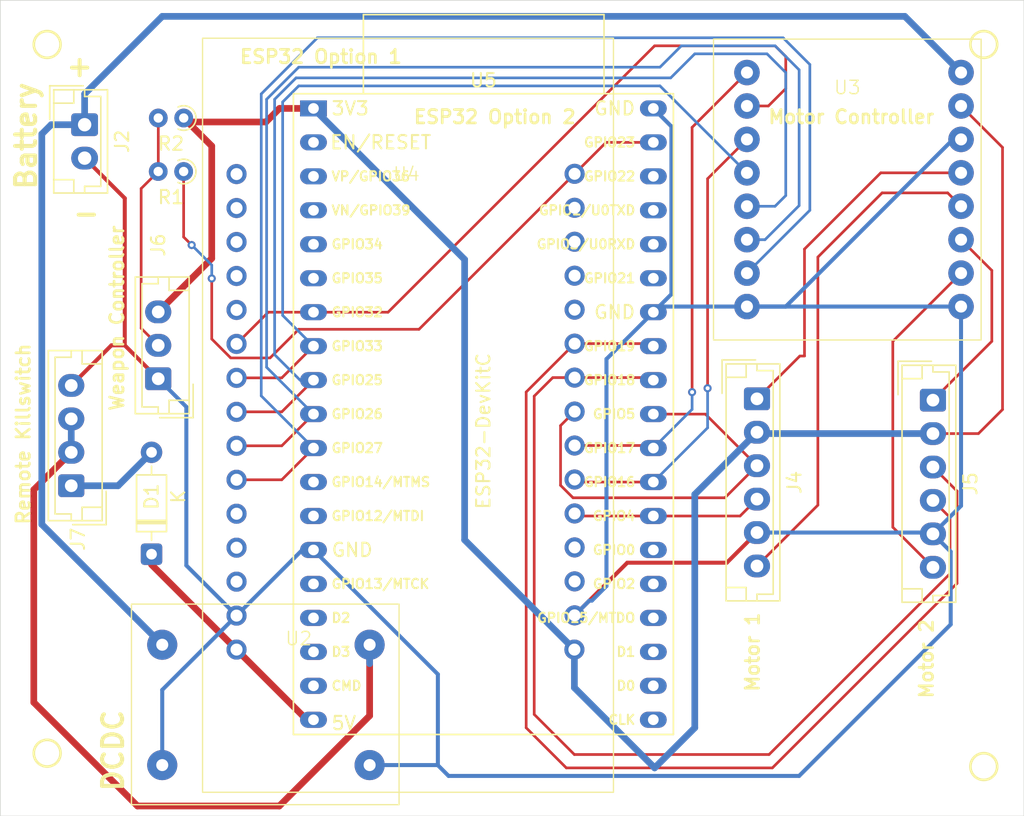
<source format=kicad_pcb>
(kicad_pcb (version 20241229) (generator "pcbnew") (generator_version "9.0")
  (layers (0 "F.Cu" signal) (2 "B.Cu" signal) (13 "F.Paste" user) (15 "B.Paste" user) (5 "F.SilkS" user "F.Silkscreen") (7 "B.SilkS" user "B.Silkscreen") (1 "F.Mask" user) (3 "B.Mask" user) (25 "Edge.Cuts" user))
  (net 0 "")
  (net 1 "Net-(D1-A)")
  (net 2 "Supply 5V ESP")
  (net 3 "Supply 16V")
  (net 4 "Net-(J6-Pin_2)")
  (net 5 "Motor 1 - 2")
  (net 6 "Motor 1 - 1")
  (net 7 "Encoder R1")
  (net 8 "Encoder R2")
  (net 9 "Supply 3.3V")
  (net 10 "GND")
  (net 11 "Encoder L2")
  (net 12 "Encoder L1")
  (net 13 "Motor 2 - 2")
  (net 14 "Motor 2 - 1")
  (net 15 "WPN Control")
  (net 17 "Motor 1 PWM")
  (net 18 "Motor1 CW")
  (net 23 "Motor2 CW")
  (net 27 "STBY")
  (net 28 "Motor 2 PWM")
  (net 29 "Motor1 CCW")
  (net 33 "Supply 5V")
  (net 34 "Motor2 CCW")
  (footprint "Espressif:ESP32-DevKitC" (layer "F.Cu") (at 110.10368 83.28272)
    (property "Reference" "U5" (at 12.7 -2.1 0) (layer "F.SilkS"))
    (property "Value" "ESP32-DevKitC" (at 12.7 24.13 90) (layer "F.SilkS"))
    (fp_line (start -1.5 46.82) (end 26.899999 46.82) (stroke (width 0.12)) (layer "F.SilkS"))
    (fp_line (start -1.499999 -1.1) (end -1.5 46.82) (stroke (width 0.12)) (layer "F.SilkS"))
    (fp_line (start 3.73012 -7.01312) (end 21.71332 -7.01312) (stroke (width 0.12)) (layer "F.SilkS"))
    (fp_line (start 3.73012 -1.12032) (end 3.73012 -7.01312) (stroke (width 0.12)) (layer "F.SilkS"))
    (fp_line (start 21.71332 -7.01312) (end 21.71332 -1.12032) (stroke (width 0.12)) (layer "F.SilkS"))
    (fp_line (start 26.899999 46.82) (end 26.9 -1.1) (stroke (width 0.12)) (layer "F.SilkS"))
    (fp_line (start 26.9 -1.1) (end -1.499999 -1.1) (stroke (width 0.12)) (layer "F.SilkS"))
    (fp_text user "D2" (at 1.27 38.1 0) (layer "F.SilkS") (effects (font (size 0.7 0.7)) (justify left)))
    (fp_text user "GPIO4" (at 24.13 30.48 0) (layer "F.SilkS") (effects (font (size 0.7 0.7)) (justify right)))
    (fp_text user "GND" (at 1.27 33.02 0) (layer "F.SilkS") (effects (justify left)))
    (fp_text user "GPIO21" (at 24.13 12.7 0) (layer "F.SilkS") (effects (font (size 0.7 0.7)) (justify right)))
    (fp_text user "GPIO14/MTMS" (at 1.27 27.94 0) (layer "F.SilkS") (effects (font (size 0.7 0.7)) (justify left)))
    (fp_text user "VP/GPIO36" (at 1.27 5.08 0) (layer "F.SilkS") (effects (font (size 0.7 0.7)) (justify left)))
    (fp_text user "GND" (at 24.13 0 0) (layer "F.SilkS") (effects (justify right)))
    (fp_text user "5V" (at 1.26632 45.97128 0) (layer "F.SilkS") (effects (justify left)))
    (fp_text user "GPIO15/MTDO" (at 24.13 38.1 0) (layer "F.SilkS") (effects (font (size 0.7 0.7)) (justify right)))
    (fp_text user "CLK" (at 24.13 45.72 0) (layer "F.SilkS") (effects (font (size 0.7 0.7)) (justify right)))
    (fp_text user "GND" (at 24.13 15.24 0) (layer "F.SilkS") (effects (justify right)))
    (fp_text user "GPIO27" (at 1.27 25.4 0) (layer "F.SilkS") (effects (font (size 0.7 0.7)) (justify left)))
    (fp_text user "VN/GPIO39" (at 1.27 7.62 0) (layer "F.SilkS") (effects (font (size 0.7 0.7)) (justify left)))
    (fp_text user "GPIO13/MTCK" (at 1.27 35.56 0) (layer "F.SilkS") (effects (font (size 0.7 0.7)) (justify left)))
    (fp_text user "GPIO1/U0TXD" (at 24.13 7.62 0) (layer "F.SilkS") (effects (font (size 0.7 0.7)) (justify right)))
    (fp_text user "3V3" (at 1.27 0 0) (layer "F.SilkS") (effects (justify left)))
    (fp_text user "GPIO5" (at 24.13 22.86 0) (layer "F.SilkS") (effects (font (size 0.7 0.7)) (justify right)))
    (fp_text user "CMD" (at 1.27 43.18 0) (layer "F.SilkS") (effects (font (size 0.7 0.7)) (justify left)))
    (fp_text user "GPIO35" (at 1.27 12.7 0) (layer "F.SilkS") (effects (font (size 0.7 0.7)) (justify left)))
    (fp_text user "GPIO22" (at 24.13 5.08 0) (layer "F.SilkS") (effects (font (size 0.7 0.7)) (justify right)))
    (fp_text user "D1" (at 24.13 40.64 0) (layer "F.SilkS") (effects (font (size 0.7 0.7)) (justify right)))
    (fp_text user "GPIO25" (at 1.27 20.32 0) (layer "F.SilkS") (effects (font (size 0.7 0.7)) (justify left)))
    (fp_text user "GPIO3/U0RXD" (at 24.13 10.16 0) (layer "F.SilkS") (effects (font (size 0.7 0.7)) (justify right)))
    (fp_text user "GPIO16" (at 24.13 27.94 0) (layer "F.SilkS") (effects (font (size 0.7 0.7)) (justify right)))
    (fp_text user "GPIO17" (at 24.13 25.4 0) (layer "F.SilkS") (effects (font (size 0.7 0.7)) (justify right)))
    (fp_text user "GPIO33" (at 1.27 17.78 0) (layer "F.SilkS") (effects (font (size 0.7 0.7)) (justify left)))
    (fp_text user "GPIO19" (at 24.13 17.78 0) (layer "F.SilkS") (effects (font (size 0.7 0.7)) (justify right)))
    (fp_text user "GPIO18" (at 24.13 20.32 0) (layer "F.SilkS") (effects (font (size 0.7 0.7)) (justify right)))
    (fp_text user "GPIO12/MTDI" (at 1.27 30.48 0) (layer "F.SilkS") (effects (font (size 0.7 0.7)) (justify left)))
    (fp_text user "GPIO32" (at 1.27 15.24 0) (layer "F.SilkS") (effects (font (size 0.7 0.7)) (justify left)))
    (fp_text user "GPIO23" (at 24.13 2.54 0) (layer "F.SilkS") (effects (font (size 0.7 0.7)) (justify right)))
    (fp_text user "D0" (at 24.13 43.18 0) (layer "F.SilkS") (effects (font (size 0.7 0.7)) (justify right)))
    (fp_text user "GPIO26" (at 1.27 22.86 0) (layer "F.SilkS") (effects (font (size 0.7 0.7)) (justify left)))
    (fp_text user "GPIO0" (at 24.13 33.02 0) (layer "F.SilkS") (effects (font (size 0.7 0.7)) (justify right)))
    (fp_text user "GPIO34" (at 1.27 10.16 0) (layer "F.SilkS") (effects (font (size 0.7 0.7)) (justify left)))
    (fp_text user "GPIO2" (at 24.13 35.56 0) (layer "F.SilkS") (effects (font (size 0.7 0.7)) (justify right)))
    (fp_text user "D3" (at 1.27 40.64 0) (layer "F.SilkS") (effects (font (size 0.7 0.7)) (justify left)))
    (fp_text user "EN/RESET" (at 8.88632 2.53728 0) (layer "F.SilkS") (effects (justify right)))
    (pad "1" thru_hole rect (at 0 0 270) (size 1.2 2) (drill 0.8) (layers "*.Cu" "*.Mask") (net 9 "Supply 3.3V"))
    (pad "2" thru_hole oval (at 0 2.54 270) (size 1.2 2) (drill 0.8) (layers "*.Cu" "*.Mask"))
    (pad "3" thru_hole oval (at 0 5.08 270) (size 1.2 2) (drill 0.8) (layers "*.Cu" "*.Mask"))
    (pad "4" thru_hole oval (at 0 7.62 270) (size 1.2 2) (drill 0.8) (layers "*.Cu" "*.Mask"))
    (pad "5" thru_hole oval (at 0 10.16 270) (size 1.2 2) (drill 0.8) (layers "*.Cu" "*.Mask"))
    (pad "6" thru_hole oval (at 0 12.7 270) (size 1.2 2) (drill 0.8) (layers "*.Cu" "*.Mask"))
    (pad "7" thru_hole oval (at 0 15.24 270) (size 1.2 2) (drill 0.8) (layers "*.Cu" "*.Mask") (net 18 "Motor1 CW"))
    (pad "8" thru_hole oval (at 0 17.78 270) (size 1.2 2) (drill 0.8) (layers "*.Cu" "*.Mask") (net 27 "STBY"))
    (pad "9" thru_hole oval (at 0 20.32 270) (size 1.2 2) (drill 0.8) (layers "*.Cu" "*.Mask") (net 23 "Motor2 CW"))
    (pad "10" thru_hole oval (at 0 22.86 270) (size 1.2 2) (drill 0.8) (layers "*.Cu" "*.Mask") (net 34 "Motor2 CCW"))
    (pad "11" thru_hole oval (at 0 25.4 270) (size 1.2 2) (drill 0.8) (layers "*.Cu" "*.Mask") (net 28 "Motor 2 PWM"))
    (pad "12" thru_hole oval (at 0 27.94 270) (size 1.2 2) (drill 0.8) (layers "*.Cu" "*.Mask"))
    (pad "13" thru_hole oval (at 0 30.48 270) (size 1.2 2) (drill 0.8) (layers "*.Cu" "*.Mask"))
    (pad "14" thru_hole oval (at 0 33.02 270) (size 1.2 2) (drill 0.8) (layers "*.Cu" "*.Mask") (net 10 "GND"))
    (pad "15" thru_hole oval (at 0 35.56 270) (size 1.2 2) (drill 0.8) (layers "*.Cu" "*.Mask"))
    (pad "16" thru_hole oval (at 0 38.1 270) (size 1.2 2) (drill 0.8) (layers "*.Cu" "*.Mask"))
    (pad "17" thru_hole oval (at 0 40.64 270) (size 1.2 2) (drill 0.8) (layers "*.Cu" "*.Mask"))
    (pad "18" thru_hole oval (at 0 43.18 270) (size 1.2 2) (drill 0.8) (layers "*.Cu" "*.Mask"))
    (pad "19" thru_hole oval (at 0 45.72 270) (size 1.2 2) (drill 0.8) (layers "*.Cu" "*.Mask") (net 2 "Supply 5V ESP"))
    (pad "20" thru_hole oval (at 25.39632 45.71728 270) (size 1.2 2) (drill 0.8) (layers "*.Cu" "*.Mask"))
    (pad "21" thru_hole oval (at 25.39632 43.17728 270) (size 1.2 2) (drill 0.8) (layers "*.Cu" "*.Mask"))
    (pad "22" thru_hole oval (at 25.4 40.64 270) (size 1.2 2) (drill 0.8) (layers "*.Cu" "*.Mask"))
    (pad "23" thru_hole oval (at 25.4 38.1 270) (size 1.2 2) (drill 0.8) (layers "*.Cu" "*.Mask"))
    (pad "24" thru_hole oval (at 25.4 35.56 270) (size 1.2 2) (drill 0.8) (layers "*.Cu" "*.Mask"))
    (pad "25" thru_hole oval (at 25.4 33.02 270) (size 1.2 2) (drill 0.8) (layers "*.Cu" "*.Mask"))
    (pad "26" thru_hole oval (at 25.4 30.48 270) (size 1.2 2) (drill 0.8) (layers "*.Cu" "*.Mask") (net 7 "Encoder R1"))
    (pad "27" thru_hole oval (at 25.4 27.94 270) (size 1.2 2) (drill 0.8) (layers "*.Cu" "*.Mask") (net 29 "Motor1 CCW"))
    (pad "28" thru_hole oval (at 25.4 25.4 270) (size 1.2 2) (drill 0.8) (layers "*.Cu" "*.Mask") (net 17 "Motor 1 PWM"))
    (pad "29" thru_hole oval (at 25.4 22.86 270) (size 1.2 2) (drill 0.8) (layers "*.Cu" "*.Mask") (net 8 "Encoder R2"))
    (pad "30" thru_hole oval (at 25.4 20.32 270) (size 1.2 2) (drill 0.8) (layers "*.Cu" "*.Mask") (net 12 "Encoder L1"))
    (pad "31" thru_hole oval (at 25.4 17.78 270) (size 1.2 2) (drill 0.8) (layers "*.Cu" "*.Mask") (net 11 "Encoder L2"))
    (pad "32" thru_hole oval (at 25.4 15.24 270) (size 1.2 2) (drill 0.8) (layers "*.Cu" "*.Mask") (net 10 "GND"))
    (pad "33" thru_hole oval (at 25.4 12.7 270) (size 1.2 2) (drill 0.8) (layers "*.Cu" "*.Mask"))
    (pad "34" thru_hole oval (at 25.4 10.16 270) (size 1.2 2) (drill 0.8) (layers "*.Cu" "*.Mask"))
    (pad "35" thru_hole oval (at 25.4 7.62 270) (size 1.2 2) (drill 0.8) (layers "*.Cu" "*.Mask"))
    (pad "36" thru_hole oval (at 25.4 5.08 270) (size 1.2 2) (drill 0.8) (layers "*.Cu" "*.Mask"))
    (pad "37" thru_hole oval (at 25.4 2.54 270) (size 1.2 2) (drill 0.8) (layers "*.Cu" "*.Mask") (net 15 "WPN Control"))
    (pad "38" thru_hole oval (at 25.4 0 270) (size 1.2 2) (drill 0.8) (layers "*.Cu" "*.Mask") (net 10 "GND"))
  )
  (footprint "Connector_JST:JST_EH_B4B-EH-A_1x04_P2.50mm_Vertical" (layer "F.Cu") (at 92 111.5 90)
    (property "Reference" "J7" (at -4 0.5 90) (layer "F.SilkS"))
    (property "Value" "Conn_01x04_Pin")
    (fp_line (start 10.11 -1.71) (end -2.61 -1.71) (stroke (width 0.12)) (layer "F.SilkS"))
    (fp_line (start -2.61 -1.71) (end -2.61 2.31) (stroke (width 0.12)) (layer "F.SilkS"))
    (fp_line (start 9.61 -1.21) (end 9.61 0) (stroke (width 0.12)) (layer "F.SilkS"))
    (fp_line (start -2.11 -1.21) (end 9.61 -1.21) (stroke (width 0.12)) (layer "F.SilkS"))
    (fp_line (start 9.61 0) (end 10.11 0) (stroke (width 0.12)) (layer "F.SilkS"))
    (fp_line (start -2.11 0) (end -2.11 -1.21) (stroke (width 0.12)) (layer "F.SilkS"))
    (fp_line (start -2.61 0) (end -2.11 0) (stroke (width 0.12)) (layer "F.SilkS"))
    (fp_line (start -2.91 0.11) (end -2.91 2.61) (stroke (width 0.12)) (layer "F.SilkS"))
    (fp_line (start 10.11 0.81) (end 9.11 0.81) (stroke (width 0.12)) (layer "F.SilkS"))
    (fp_line (start 9.11 0.81) (end 9.11 2.31) (stroke (width 0.12)) (layer "F.SilkS"))
    (fp_line (start -1.61 0.81) (end -1.61 2.31) (stroke (width 0.12)) (layer "F.SilkS"))
    (fp_line (start -2.61 0.81) (end -1.61 0.81) (stroke (width 0.12)) (layer "F.SilkS"))
    (fp_line (start 10.11 2.31) (end 10.11 -1.71) (stroke (width 0.12)) (layer "F.SilkS"))
    (fp_line (start -2.61 2.31) (end 10.11 2.31) (stroke (width 0.12)) (layer "F.SilkS"))
    (fp_line (start -2.91 2.61) (end -0.41 2.61) (stroke (width 0.12)) (layer "F.SilkS"))
    (pad "1" thru_hole roundrect (at 0 0 90) (size 1.7 1.95) (drill 0.95) (layers "*.Cu" "*.Mask") (roundrect_rratio 0.147059) (net 1 "Net-(D1-A)"))
    (pad "2" thru_hole oval (at 2.5 0 90) (size 1.7 1.95) (drill 0.95) (layers "*.Cu" "*.Mask") (net 33 "Supply 5V"))
    (pad "3" thru_hole oval (at 5 0 90) (size 1.7 1.95) (drill 0.95) (layers "*.Cu" "*.Mask") (net 33 "Supply 5V"))
    (pad "4" thru_hole oval (at 7.5 0 90) (size 1.7 1.95) (drill 0.95) (layers "*.Cu" "*.Mask") (net 10 "GND"))
  )
  (footprint "Connector_JST:JST_EH_B6B-EH-A_1x06_P2.50mm_Vertical" (layer "F.Cu") (at 156.4 105.1 -90)
    (property "Reference" "J5" (at 6.25 -2.8 90) (layer "F.SilkS"))
    (property "Value" "Motor 2")
    (fp_line (start -2.91 2.61) (end -0.41 2.61) (stroke (width 0.12)) (layer "F.SilkS"))
    (fp_line (start -2.61 2.31) (end 15.11 2.31) (stroke (width 0.12)) (layer "F.SilkS"))
    (fp_line (start 15.11 2.31) (end 15.11 -1.71) (stroke (width 0.12)) (layer "F.SilkS"))
    (fp_line (start -2.61 0.81) (end -1.61 0.81) (stroke (width 0.12)) (layer "F.SilkS"))
    (fp_line (start -1.61 0.81) (end -1.61 2.31) (stroke (width 0.12)) (layer "F.SilkS"))
    (fp_line (start 14.11 0.81) (end 14.11 2.31) (stroke (width 0.12)) (layer "F.SilkS"))
    (fp_line (start 15.11 0.81) (end 14.11 0.81) (stroke (width 0.12)) (layer "F.SilkS"))
    (fp_line (start -2.91 0.11) (end -2.91 2.61) (stroke (width 0.12)) (layer "F.SilkS"))
    (fp_line (start -2.61 0) (end -2.11 0) (stroke (width 0.12)) (layer "F.SilkS"))
    (fp_line (start -2.11 0) (end -2.11 -1.21) (stroke (width 0.12)) (layer "F.SilkS"))
    (fp_line (start 14.61 0) (end 15.11 0) (stroke (width 0.12)) (layer "F.SilkS"))
    (fp_line (start -2.11 -1.21) (end 14.61 -1.21) (stroke (width 0.12)) (layer "F.SilkS"))
    (fp_line (start 14.61 -1.21) (end 14.61 0) (stroke (width 0.12)) (layer "F.SilkS"))
    (fp_line (start -2.61 -1.71) (end -2.61 2.31) (stroke (width 0.12)) (layer "F.SilkS"))
    (fp_line (start 15.11 -1.71) (end -2.61 -1.71) (stroke (width 0.12)) (layer "F.SilkS"))
    (pad "1" thru_hole roundrect (at 0 0 270) (size 1.7 1.95) (drill 0.95) (layers "*.Cu" "*.Mask") (roundrect_rratio 0.147059) (net 13 "Motor 2 - 2"))
    (pad "2" thru_hole oval (at 2.5 0 270) (size 1.7 1.95) (drill 0.95) (layers "*.Cu" "*.Mask") (net 9 "Supply 3.3V"))
    (pad "3" thru_hole oval (at 5 0 270) (size 1.7 1.95) (drill 0.95) (layers "*.Cu" "*.Mask") (net 11 "Encoder L2"))
    (pad "4" thru_hole oval (at 7.5 0 270) (size 1.7 1.95) (drill 0.95) (layers "*.Cu" "*.Mask") (net 12 "Encoder L1"))
    (pad "5" thru_hole oval (at 10 0 270) (size 1.7 1.95) (drill 0.95) (layers "*.Cu" "*.Mask") (net 10 "GND"))
    (pad "6" thru_hole oval (at 12.5 0 270) (size 1.7 1.95) (drill 0.95) (layers "*.Cu" "*.Mask") (net 14 "Motor 2 - 1"))
  )
  (footprint "ROB-14450:ROB14450" (layer "F.Cu") (at 150 75.6)
    (property "Reference" "U3" (at 0 6.12 0) (layer "F.SilkS") (effects (font (thickness 0.1))))
    (property "Value" "ROB-14450")
    (fp_rect (start -10 2.5) (end 10 25) (stroke (width 0.1)) (fill no) (layer "F.SilkS"))
    (pad "1" thru_hole circle (at 8.5 5) (size 1.905 1.905) (drill 0.9) (layers "*.Cu" "*.Mask") (net 3 "Supply 16V"))
    (pad "2" thru_hole circle (at 8.5 7.5) (size 1.905 1.905) (drill 0.9) (layers "*.Cu" "*.Mask") (net 9 "Supply 3.3V"))
    (pad "3" thru_hole circle (at 8.5 10) (size 1.905 1.905) (drill 0.9) (layers "*.Cu" "*.Mask") (net 10 "GND"))
    (pad "4" thru_hole circle (at 8.5 12.5) (size 1.905 1.905) (drill 0.9) (layers "*.Cu" "*.Mask") (net 6 "Motor 1 - 1"))
    (pad "5" thru_hole circle (at 8.5 15) (size 1.905 1.905) (drill 0.9) (layers "*.Cu" "*.Mask") (net 5 "Motor 1 - 2"))
    (pad "6" thru_hole circle (at 8.5 17.5) (size 1.905 1.905) (drill 0.9) (layers "*.Cu" "*.Mask") (net 13 "Motor 2 - 2"))
    (pad "7" thru_hole circle (at 8.5 20) (size 1.905 1.905) (drill 0.9) (layers "*.Cu" "*.Mask") (net 14 "Motor 2 - 1"))
    (pad "8" thru_hole circle (at 8.5 22.5) (size 1.905 1.905) (drill 0.9) (layers "*.Cu" "*.Mask") (net 10 "GND"))
    (pad "9" thru_hole circle (at -7.5 22.5) (size 1.905 1.905) (drill 0.9) (layers "*.Cu" "*.Mask") (net 10 "GND"))
    (pad "10" thru_hole circle (at -7.5 20) (size 1.905 1.905) (drill 0.9) (layers "*.Cu" "*.Mask") (net 28 "Motor 2 PWM"))
    (pad "11" thru_hole circle (at -7.5 17.5) (size 1.905 1.905) (drill 0.9) (layers "*.Cu" "*.Mask") (net 34 "Motor2 CCW"))
    (pad "12" thru_hole circle (at -7.5 15) (size 1.905 1.905) (drill 0.9) (layers "*.Cu" "*.Mask") (net 23 "Motor2 CW"))
    (pad "13" thru_hole circle (at -7.5 12.5) (size 1.905 1.905) (drill 0.9) (layers "*.Cu" "*.Mask") (net 27 "STBY"))
    (pad "14" thru_hole circle (at -7.5 10) (size 1.905 1.905) (drill 0.9) (layers "*.Cu" "*.Mask") (net 29 "Motor1 CCW"))
    (pad "15" thru_hole circle (at -7.5 7.5) (size 1.905 1.905) (drill 0.9) (layers "*.Cu" "*.Mask") (net 18 "Motor1 CW"))
    (pad "16" thru_hole circle (at -7.5 5) (size 1.905 1.905) (drill 0.9) (layers "*.Cu" "*.Mask") (net 17 "Motor 1 PWM"))
  )
  (footprint "buck_converter_robofetz:buck_converter_robofetz" (layer "F.Cu") (at 109 117.85)
    (property "Reference" "U2" (at 0 5.08 0) (layer "F.SilkS") (effects (font (thickness 0.1))))
    (property "Value" "DCDC")
    (fp_rect (start -12.5 2.5) (end 7.5 17.5) (stroke (width 0.1)) (fill no) (layer "F.SilkS"))
    (pad "1" thru_hole circle (at -10.2 5.54) (size 2.25 2.25) (drill 0.9) (layers "*.Cu" "*.Mask") (net 3 "Supply 16V"))
    (pad "2" thru_hole circle (at -10.2 14.54) (size 2.25 2.25) (drill 0.9) (layers "*.Cu" "*.Mask") (net 10 "GND"))
    (pad "3" thru_hole circle (at 5.3 5.54) (size 2.25 2.25) (drill 0.9) (layers "*.Cu" "*.Mask") (net 33 "Supply 5V"))
    (pad "4" thru_hole circle (at 5.3 14.54) (size 2.25 2.25) (drill 0.9) (layers "*.Cu" "*.Mask") (net 10 "GND"))
  )
  (footprint "Diode_THT:D_DO-35_SOD27_P7.62mm_Horizontal" (layer "F.Cu") (at 98 116.62 90)
    (property "Reference" "D1" (at 4.31 0 90) (layer "F.SilkS"))
    (property "Value" "1N914")
    (fp_line (start 2.53 -1.12) (end 2.53 1.12) (stroke (width 0.12)) (layer "F.SilkS"))
    (fp_line (start 2.41 -1.12) (end 2.41 1.12) (stroke (width 0.12)) (layer "F.SilkS"))
    (fp_line (start 2.29 -1.12) (end 2.29 1.12) (stroke (width 0.12)) (layer "F.SilkS"))
    (fp_line (start 6.58 0) (end 5.93 0) (stroke (width 0.12)) (layer "F.SilkS"))
    (fp_line (start 1.04 0) (end 1.69 0) (stroke (width 0.12)) (layer "F.SilkS"))
    (fp_rect (start 1.69 -1.12) (end 5.93 1.12) (stroke (width 0.12)) (fill no) (layer "F.SilkS"))
    (fp_text user "K" (at 4.31 2 90) (layer "F.SilkS"))
    (pad "1" thru_hole roundrect (at 0 0 90) (size 1.6 1.6) (drill 0.8) (layers "*.Cu" "*.Mask") (roundrect_rratio 0.15625) (net 2 "Supply 5V ESP"))
    (pad "2" thru_hole circle (at 7.62 0 90) (size 1.6 1.6) (drill 0.8) (layers "*.Cu" "*.Mask") (net 1 "Net-(D1-A)"))
  )
  (footprint "Resistor_THT:R_Axial_DIN0204_L3.6mm_D1.6mm_P1.90mm_Vertical" (layer "F.Cu") (at 100.4 88 180)
    (property "Reference" "R1" (at 0.95 -1.92 0) (layer "F.SilkS"))
    (property "Value" "R")
    (fp_arc (start 0.417133 0.82) (mid -0.92 0) (end 0.417133 -0.82) (stroke (width 0.12)) (layer "F.SilkS"))
    (pad "1" thru_hole circle (at 0 0 180) (size 1.4 1.4) (drill 0.7) (layers "*.Cu" "*.Mask") (net 15 "WPN Control"))
    (pad "2" thru_hole circle (at 1.9 0 180) (size 1.4 1.4) (drill 0.7) (layers "*.Cu" "*.Mask") (net 4 "Net-(J6-Pin_2)"))
  )
  (footprint "Connector_JST:JST_EH_B6B-EH-A_1x06_P2.50mm_Vertical" (layer "F.Cu") (at 143.25 105 -90)
    (property "Reference" "J4" (at 6.25 -2.8 90) (layer "F.SilkS"))
    (property "Value" "Motor 1")
    (fp_line (start -2.91 2.61) (end -0.41 2.61) (stroke (width 0.12)) (layer "F.SilkS"))
    (fp_line (start -2.61 2.31) (end 15.11 2.31) (stroke (width 0.12)) (layer "F.SilkS"))
    (fp_line (start 15.11 2.31) (end 15.11 -1.71) (stroke (width 0.12)) (layer "F.SilkS"))
    (fp_line (start -2.61 0.81) (end -1.61 0.81) (stroke (width 0.12)) (layer "F.SilkS"))
    (fp_line (start -1.61 0.81) (end -1.61 2.31) (stroke (width 0.12)) (layer "F.SilkS"))
    (fp_line (start 14.11 0.81) (end 14.11 2.31) (stroke (width 0.12)) (layer "F.SilkS"))
    (fp_line (start 15.11 0.81) (end 14.11 0.81) (stroke (width 0.12)) (layer "F.SilkS"))
    (fp_line (start -2.91 0.11) (end -2.91 2.61) (stroke (width 0.12)) (layer "F.SilkS"))
    (fp_line (start -2.61 0) (end -2.11 0) (stroke (width 0.12)) (layer "F.SilkS"))
    (fp_line (start -2.11 0) (end -2.11 -1.21) (stroke (width 0.12)) (layer "F.SilkS"))
    (fp_line (start 14.61 0) (end 15.11 0) (stroke (width 0.12)) (layer "F.SilkS"))
    (fp_line (start -2.11 -1.21) (end 14.61 -1.21) (stroke (width 0.12)) (layer "F.SilkS"))
    (fp_line (start 14.61 -1.21) (end 14.61 0) (stroke (width 0.12)) (layer "F.SilkS"))
    (fp_line (start -2.61 -1.71) (end -2.61 2.31) (stroke (width 0.12)) (layer "F.SilkS"))
    (fp_line (start 15.11 -1.71) (end -2.61 -1.71) (stroke (width 0.12)) (layer "F.SilkS"))
    (pad "1" thru_hole roundrect (at 0 0 270) (size 1.7 1.95) (drill 0.95) (layers "*.Cu" "*.Mask") (roundrect_rratio 0.147059) (net 6 "Motor 1 - 1"))
    (pad "2" thru_hole oval (at 2.5 0 270) (size 1.7 1.95) (drill 0.95) (layers "*.Cu" "*.Mask") (net 9 "Supply 3.3V"))
    (pad "3" thru_hole oval (at 5 0 270) (size 1.7 1.95) (drill 0.95) (layers "*.Cu" "*.Mask") (net 8 "Encoder R2"))
    (pad "4" thru_hole oval (at 7.5 0 270) (size 1.7 1.95) (drill 0.95) (layers "*.Cu" "*.Mask") (net 7 "Encoder R1"))
    (pad "5" thru_hole oval (at 10 0 270) (size 1.7 1.95) (drill 0.95) (layers "*.Cu" "*.Mask") (net 10 "GND"))
    (pad "6" thru_hole oval (at 12.5 0 270) (size 1.7 1.95) (drill 0.95) (layers "*.Cu" "*.Mask") (net 5 "Motor 1 - 2"))
  )
  (footprint "Connector_JST:JST_EH_B3B-EH-A_1x03_P2.50mm_Vertical" (layer "F.Cu") (at 98.5 103.5 90)
    (property "Reference" "J6" (at 10 0 90) (layer "F.SilkS"))
    (property "Value" "Weapon Controller")
    (fp_line (start 7.61 -1.71) (end -2.61 -1.71) (stroke (width 0.12)) (layer "F.SilkS"))
    (fp_line (start -2.61 -1.71) (end -2.61 2.31) (stroke (width 0.12)) (layer "F.SilkS"))
    (fp_line (start 7.11 -1.21) (end 7.11 0) (stroke (width 0.12)) (layer "F.SilkS"))
    (fp_line (start -2.11 -1.21) (end 7.11 -1.21) (stroke (width 0.12)) (layer "F.SilkS"))
    (fp_line (start 7.11 0) (end 7.61 0) (stroke (width 0.12)) (layer "F.SilkS"))
    (fp_line (start -2.11 0) (end -2.11 -1.21) (stroke (width 0.12)) (layer "F.SilkS"))
    (fp_line (start -2.61 0) (end -2.11 0) (stroke (width 0.12)) (layer "F.SilkS"))
    (fp_line (start -2.91 0.11) (end -2.91 2.61) (stroke (width 0.12)) (layer "F.SilkS"))
    (fp_line (start 7.61 0.81) (end 6.61 0.81) (stroke (width 0.12)) (layer "F.SilkS"))
    (fp_line (start 6.61 0.81) (end 6.61 2.31) (stroke (width 0.12)) (layer "F.SilkS"))
    (fp_line (start -1.61 0.81) (end -1.61 2.31) (stroke (width 0.12)) (layer "F.SilkS"))
    (fp_line (start -2.61 0.81) (end -1.61 0.81) (stroke (width 0.12)) (layer "F.SilkS"))
    (fp_line (start 7.61 2.31) (end 7.61 -1.71) (stroke (width 0.12)) (layer "F.SilkS"))
    (fp_line (start -2.61 2.31) (end 7.61 2.31) (stroke (width 0.12)) (layer "F.SilkS"))
    (fp_line (start -2.91 2.61) (end -0.41 2.61) (stroke (width 0.12)) (layer "F.SilkS"))
    (pad "1" thru_hole roundrect (at 0 0 90) (size 1.7 1.95) (drill 0.95) (layers "*.Cu" "*.Mask") (roundrect_rratio 0.147059) (net 10 "GND"))
    (pad "2" thru_hole oval (at 2.5 0 90) (size 1.7 1.95) (drill 0.95) (layers "*.Cu" "*.Mask") (net 4 "Net-(J6-Pin_2)"))
    (pad "3" thru_hole oval (at 5 0 90) (size 1.7 1.95) (drill 0.95) (layers "*.Cu" "*.Mask") (net 9 "Supply 3.3V"))
  )
  (footprint "ESP32_devboard:ESP32_devboard" (layer "F.Cu") (at 104.35368 83.11272)
    (property "Reference" "U4" (at 12.7 5.08 0) (layer "F.SilkS") (effects (font (thickness 0.1))))
    (property "Value" "ESP32")
    (fp_rect (start -2.54 -5.08) (end 28.17 51.31) (stroke (width 0.1)) (fill no) (layer "F.SilkS"))
    (pad "0" thru_hole circle (at 0 40.64) (size 1.5 1.5) (drill 0.9) (layers "*.Cu" "*.Mask") (net 2 "Supply 5V ESP"))
    (pad "1" thru_hole circle (at 0 38.1) (size 1.5 1.5) (drill 0.9) (layers "*.Cu" "*.Mask") (net 10 "GND"))
    (pad "2" thru_hole circle (at 25.25 40.64) (size 1.5 1.5) (drill 0.9) (layers "*.Cu" "*.Mask") (net 9 "Supply 3.3V"))
    (pad "3" thru_hole circle (at 25.265934 38.079602) (size 1.5 1.5) (drill 0.9) (layers "*.Cu" "*.Mask") (net 10 "GND"))
    (pad "4" thru_hole circle (at 0 5.08) (size 1.5 1.5) (drill 0.9) (layers "*.Cu" "*.Mask"))
    (pad "5" thru_hole circle (at 0 7.62) (size 1.5 1.5) (drill 0.9) (layers "*.Cu" "*.Mask"))
    (pad "8" thru_hole circle (at 0 10.16) (size 1.5 1.5) (drill 0.9) (layers "*.Cu" "*.Mask"))
    (pad "10" thru_hole circle (at 0 12.7) (size 1.5 1.5) (drill 0.9) (layers "*.Cu" "*.Mask"))
    (pad "11" thru_hole circle (at 0 15.24) (size 1.5 1.5) (drill 0.9) (layers "*.Cu" "*.Mask"))
    (pad "12" thru_hole circle (at 0 17.78) (size 1.5 1.5) (drill 0.9) (layers "*.Cu" "*.Mask") (net 18 "Motor1 CW"))
    (pad "13" thru_hole circle (at 0 20.32) (size 1.5 1.5) (drill 0.9) (layers "*.Cu" "*.Mask") (net 27 "STBY"))
    (pad "14" thru_hole circle (at 0 22.86) (size 1.5 1.5) (drill 0.9) (layers "*.Cu" "*.Mask") (net 23 "Motor2 CW"))
    (pad "15" thru_hole circle (at 0 25.4) (size 1.5 1.5) (drill 0.9) (layers "*.Cu" "*.Mask") (net 34 "Motor2 CCW"))
    (pad "16" thru_hole circle (at 0 27.94) (size 1.5 1.5) (drill 0.9) (layers "*.Cu" "*.Mask") (net 28 "Motor 2 PWM"))
    (pad "17" thru_hole circle (at 0 30.48) (size 1.5 1.5) (drill 0.9) (layers "*.Cu" "*.Mask"))
    (pad "18" thru_hole circle (at 0 33.02) (size 1.5 1.5) (drill 0.9) (layers "*.Cu" "*.Mask"))
    (pad "20" thru_hole circle (at 0 35.56) (size 1.5 1.5) (drill 0.9) (layers "*.Cu" "*.Mask"))
    (pad "21" thru_hole circle (at 25.265934 35.539602) (size 1.5 1.5) (drill 0.9) (layers "*.Cu" "*.Mask"))
    (pad "22" thru_hole circle (at 25.265934 32.999602) (size 1.5 1.5) (drill 0.9) (layers "*.Cu" "*.Mask"))
    (pad "24" thru_hole circle (at 25.265934 30.459602) (size 1.5 1.5) (drill 0.9) (layers "*.Cu" "*.Mask") (net 7 "Encoder R1"))
    (pad "25" thru_hole circle (at 25.265934 27.919602) (size 1.5 1.5) (drill 0.9) (layers "*.Cu" "*.Mask") (net 29 "Motor1 CCW"))
    (pad "27" thru_hole circle (at 25.265934 25.379602) (size 1.5 1.5) (drill 0.9) (layers "*.Cu" "*.Mask") (net 17 "Motor 1 PWM"))
    (pad "34" thru_hole circle (at 25.265934 22.839602) (size 1.5 1.5) (drill 0.9) (layers "*.Cu" "*.Mask") (net 8 "Encoder R2"))
    (pad "35" thru_hole circle (at 25.265934 20.299602) (size 1.5 1.5) (drill 0.9) (layers "*.Cu" "*.Mask") (net 12 "Encoder L1"))
    (pad "36" thru_hole circle (at 25.265934 5.059602) (size 1.5 1.5) (drill 0.9) (layers "*.Cu" "*.Mask") (net 15 "WPN Control"))
    (pad "38" thru_hole circle (at 25.265934 17.759602) (size 1.5 1.5) (drill 0.9) (layers "*.Cu" "*.Mask") (net 11 "Encoder L2"))
    (pad "39" thru_hole circle (at 25.265934 7.599602) (size 1.5 1.5) (drill 0.9) (layers "*.Cu" "*.Mask"))
    (pad "40" thru_hole circle (at 25.265934 12.679602) (size 1.5 1.5) (drill 0.9) (layers "*.Cu" "*.Mask"))
    (pad "41" thru_hole circle (at 25.265934 10.139602) (size 1.5 1.5) (drill 0.9) (layers "*.Cu" "*.Mask"))
    (pad "42" thru_hole circle (at 25.265934 15.219602) (size 1.5 1.5) (drill 0.9) (layers "*.Cu" "*.Mask"))
  )
  (footprint "Resistor_THT:R_Axial_DIN0204_L3.6mm_D1.6mm_P1.90mm_Vertical" (layer "F.Cu") (at 100.405 84 180)
    (property "Reference" "R2" (at 0.95 -1.92 0) (layer "F.SilkS"))
    (property "Value" "R")
    (fp_arc (start 0.417133 0.82) (mid -0.92 0) (end 0.417133 -0.82) (stroke (width 0.12)) (layer "F.SilkS"))
    (pad "1" thru_hole circle (at 0 0 180) (size 1.4 1.4) (drill 0.7) (layers "*.Cu" "*.Mask") (net 9 "Supply 3.3V"))
    (pad "2" thru_hole circle (at 1.9 0 180) (size 1.4 1.4) (drill 0.7) (layers "*.Cu" "*.Mask") (net 4 "Net-(J6-Pin_2)"))
  )
  (footprint "Connector_JST:JST_EH_B2B-EH-A_1x02_P2.50mm_Vertical" (layer "F.Cu") (at 93 84.5 -90)
    (property "Reference" "J2" (at 1.25 -2.8 90) (layer "F.SilkS"))
    (property "Value" "PCB Power Connector")
    (fp_line (start -2.91 2.61) (end -0.41 2.61) (stroke (width 0.12)) (layer "F.SilkS"))
    (fp_line (start -2.61 2.31) (end 5.11 2.31) (stroke (width 0.12)) (layer "F.SilkS"))
    (fp_line (start 5.11 2.31) (end 5.11 -1.71) (stroke (width 0.12)) (layer "F.SilkS"))
    (fp_line (start -2.61 0.81) (end -1.61 0.81) (stroke (width 0.12)) (layer "F.SilkS"))
    (fp_line (start -1.61 0.81) (end -1.61 2.31) (stroke (width 0.12)) (layer "F.SilkS"))
    (fp_line (start 4.11 0.81) (end 4.11 2.31) (stroke (width 0.12)) (layer "F.SilkS"))
    (fp_line (start 5.11 0.81) (end 4.11 0.81) (stroke (width 0.12)) (layer "F.SilkS"))
    (fp_line (start -2.91 0.11) (end -2.91 2.61) (stroke (width 0.12)) (layer "F.SilkS"))
    (fp_line (start -2.61 0) (end -2.11 0) (stroke (width 0.12)) (layer "F.SilkS"))
    (fp_line (start -2.11 0) (end -2.11 -1.21) (stroke (width 0.12)) (layer "F.SilkS"))
    (fp_line (start 4.61 0) (end 5.11 0) (stroke (width 0.12)) (layer "F.SilkS"))
    (fp_line (start -2.11 -1.21) (end 4.61 -1.21) (stroke (width 0.12)) (layer "F.SilkS"))
    (fp_line (start 4.61 -1.21) (end 4.61 0) (stroke (width 0.12)) (layer "F.SilkS"))
    (fp_line (start -2.61 -1.71) (end -2.61 2.31) (stroke (width 0.12)) (layer "F.SilkS"))
    (fp_line (start 5.11 -1.71) (end -2.61 -1.71) (stroke (width 0.12)) (layer "F.SilkS"))
    (pad "1" thru_hole roundrect (at 0 0 270) (size 1.7 2) (drill 1) (layers "*.Cu" "*.Mask") (roundrect_rratio 0.147059) (net 3 "Supply 16V"))
    (pad "2" thru_hole oval (at 2.5 0 270) (size 1.7 2) (drill 1) (layers "*.Cu" "*.Mask") (net 10 "GND"))
  )
  (gr_circle (center 160.2 132.5) (end 161.2 132.5) (stroke (width 0.2)) (fill no) (layer "F.SilkS"))
  (gr_circle (center 160.2 78.5) (end 161.2 78.5) (stroke (width 0.2)) (fill no) (layer "F.SilkS"))
  (gr_circle (center 90.2 78.5) (end 91.2 78.5) (stroke (width 0.2)) (fill no) (layer "F.SilkS"))
  (gr_circle (center 90.2 131.5) (end 91.2 131.5) (stroke (width 0.2)) (fill no) (layer "F.SilkS"))
  (gr_rect (start 86.7 75.2) (end 163.2 136.2) (stroke (width 0.05)) (fill no) (layer "Edge.Cuts"))
  (gr_text "Motor Controller" (at 144 84.5 0) (layer "F.SilkS") (effects (font (size 1 1) (thickness 0.2)) (justify left bottom)))
  (gr_text "DCDC\n" (at 96 134.5 90) (layer "F.SilkS") (effects (font (size 1.5 1.5) (thickness 0.3) (bold yes)) (justify left bottom)))
  (gr_text "Motor 2" (at 156.5 127.5 90) (layer "F.SilkS") (effects (font (size 1 1) (thickness 0.2)) (justify left bottom)))
  (gr_text "ESP32 Option 1" (at 104.5 80 0) (layer "F.SilkS") (effects (font (size 1 1) (thickness 0.2) (bold yes)) (justify left bottom)))
  (gr_text "ESP32 Option 2" (at 117.5 84.5 0) (layer "F.SilkS") (effects (font (size 1 1) (thickness 0.2) (bold yes)) (justify left bottom)))
  (gr_text "Battery\n" (at 89.5 89.5 90) (layer "F.SilkS") (effects (font (size 1.5 1.5) (thickness 0.3) (bold yes)) (justify left bottom)))
  (gr_text "+" (at 91.5 81 0) (layer "F.SilkS") (effects (font (size 1.5 1.5) (thickness 0.3) (bold yes)) (justify left bottom)))
  (gr_text "Weapon Controller" (at 96 106 90) (layer "F.SilkS") (effects (font (size 1 1) (thickness 0.2)) (justify left bottom)))
  (gr_text "Motor 1" (at 143.5 127 90) (layer "F.SilkS") (effects (font (size 1 1) (thickness 0.2)) (justify left bottom)))
  (gr_text "Remote Killswitch\n" (at 89 114.5 90) (layer "F.SilkS") (effects (font (size 1 1) (thickness 0.2)) (justify left bottom)))
  (gr_text "-" (at 92 92 0) (layer "F.SilkS") (effects (font (size 1.5 1.5) (thickness 0.3) (bold yes)) (justify left bottom)))
  (segment (start 95.5 111.5) (end 98 109) (width 0.5) (layer "B.Cu") (net 1))
  (segment (start 92 111.5) (end 95.5 111.5) (width 0.5) (layer "B.Cu") (net 1))
  (segment (start 109.60368 129.00272) (end 110.10368 129.00272) (width 0.2) (layer "F.Cu") (net 2))
  (segment (start 98 116.62) (end 98 117.39904) (width 0.2) (layer "F.Cu") (net 2))
  (segment (start 104.35368 123.75272) (end 109.60368 129.00272) (width 0.5) (layer "F.Cu") (net 2))
  (segment (start 98 117.39904) (end 104.35368 123.75272) (width 0.5) (layer "F.Cu") (net 2))
  (segment (start 109.60368 129.00272) (end 110.10368 129.00272) (width 0.5) (layer "B.Cu") (net 2))
  (segment (start 98.5 123.09) (end 98.8 123.39) (width 0.2) (layer "F.Cu") (net 3))
  (segment (start 98.8 123.39) (end 89.8 114.39) (width 0.5) (layer "B.Cu") (net 3))
  (segment (start 98.8 76.4) (end 154.3 76.4) (width 0.5) (layer "B.Cu") (net 3))
  (segment (start 89.8 85.2) (end 90.5 84.5) (width 0.5) (layer "B.Cu") (net 3))
  (segment (start 89.8 114.39) (end 89.8 85.2) (width 0.5) (layer "B.Cu") (net 3))
  (segment (start 90.5 84.5) (end 93 84.5) (width 0.5) (layer "B.Cu") (net 3))
  (segment (start 93 84.5) (end 93 82.2) (width 0.5) (layer "B.Cu") (net 3))
  (segment (start 93 82.2) (end 98.8 76.4) (width 0.5) (layer "B.Cu") (net 3))
  (segment (start 154.3 76.4) (end 158.5 80.6) (width 0.5) (layer "B.Cu") (net 3))
  (segment (start 98.505 87.995) (end 98.5 88) (width 0.2) (layer "F.Cu") (net 4))
  (segment (start 98.5 88) (end 97.224 89.276) (width 0.2) (layer "F.Cu") (net 4))
  (segment (start 98.505 84) (end 98.505 87.995) (width 0.2) (layer "F.Cu") (net 4))
  (segment (start 97.224 99.724) (end 98.5 101) (width 0.2) (layer "F.Cu") (net 4))
  (segment (start 97.224 89.276) (end 97.224 99.724) (width 0.2) (layer "F.Cu") (net 4))
  (segment (start 158.5 90.6) (end 157.5 89.6) (width 0.2) (layer "F.Cu") (net 5))
  (segment (start 147.8 112.95) (end 143.25 117.5) (width 0.2) (layer "F.Cu") (net 5))
  (segment (start 147.8 94.4) (end 147.8 112.95) (width 0.2) (layer "F.Cu") (net 5))
  (segment (start 152.6 89.6) (end 147.8 94.4) (width 0.2) (layer "F.Cu") (net 5))
  (segment (start 157.5 89.6) (end 152.6 89.6) (width 0.2) (layer "F.Cu") (net 5))
  (segment (start 146.8 93.8) (end 146.8 101.8) (width 0.2) (layer "F.Cu") (net 6))
  (segment (start 158.5 88.1) (end 152.5 88.1) (width 0.2) (layer "F.Cu") (net 6))
  (segment (start 146.45 101.8) (end 143.25 105) (width 0.2) (layer "F.Cu") (net 6))
  (segment (start 146.8 101.8) (end 146.45 101.8) (width 0.2) (layer "F.Cu") (net 6))
  (segment (start 152.5 88.1) (end 146.8 93.8) (width 0.2) (layer "F.Cu") (net 6))
  (segment (start 141.98728 113.76272) (end 143.25 112.5) (width 0.2) (layer "F.Cu") (net 7))
  (segment (start 135.50368 113.76272) (end 129.810012 113.76272) (width 0.2) (layer "F.Cu") (net 7))
  (segment (start 135.50368 113.76272) (end 141.98728 113.76272) (width 0.2) (layer "F.Cu") (net 7))
  (segment (start 129.810012 113.76272) (end 129.619614 113.572322) (width 0.2) (layer "F.Cu") (net 7))
  (segment (start 128.568614 111.467661) (end 129.500953 112.4) (width 0.2) (layer "F.Cu") (net 8))
  (segment (start 140.85 112.4) (end 143.25 110) (width 0.2) (layer "F.Cu") (net 8))
  (segment (start 129.500953 112.4) (end 140.85 112.4) (width 0.2) (layer "F.Cu") (net 8))
  (segment (start 143.25 110) (end 139.39272 106.14272) (width 0.2) (layer "F.Cu") (net 8))
  (segment (start 129.619614 105.952322) (end 128.568614 107.003322) (width 0.2) (layer "F.Cu") (net 8))
  (segment (start 128.568614 107.003322) (end 128.568614 111.467661) (width 0.2) (layer "F.Cu") (net 8))
  (segment (start 139.39272 106.14272) (end 135.50368 106.14272) (width 0.2) (layer "F.Cu") (net 8))
  (segment (start 161.6 105.8) (end 159.8 107.6) (width 0.2) (layer "F.Cu") (net 9))
  (segment (start 106.550429 84.2975) (end 107.565209 83.28272) (width 0.5) (layer "F.Cu") (net 9))
  (segment (start 100.405 84) (end 100.7025 84.2975) (width 0.5) (layer "F.Cu") (net 9))
  (segment (start 102.5 94.5) (end 102.5 86.095) (width 0.5) (layer "F.Cu") (net 9))
  (segment (start 110.10368 83.28272) (end 107.565209 83.28272) (width 0.5) (layer "F.Cu") (net 9))
  (segment (start 159.8 107.6) (end 156.4 107.6) (width 0.2) (layer "F.Cu") (net 9))
  (segment (start 100.7025 84.2975) (end 106.550429 84.2975) (width 0.5) (layer "F.Cu") (net 9))
  (segment (start 102.5 86.095) (end 100.405 84) (width 0.5) (layer "F.Cu") (net 9))
  (segment (start 161.6 86.2) (end 161.6 105.8) (width 0.2) (layer "F.Cu") (net 9))
  (segment (start 98.5 98.5) (end 102.5 94.5) (width 0.5) (layer "F.Cu") (net 9))
  (segment (start 158.5 83.1) (end 161.6 86.2) (width 0.2) (layer "F.Cu") (net 9))
  (segment (start 110.10368 83.28272) (end 121.4 94.57904) (width 0.5) (layer "B.Cu") (net 9))
  (segment (start 121.4 115.54904) (end 129.60368 123.75272) (width 0.5) (layer "B.Cu") (net 9))
  (segment (start 138.6 129.6) (end 135.6 132.6) (width 0.5) (layer "B.Cu") (net 9))
  (segment (start 138.6 112.15) (end 138.6 129.6) (width 0.5) (layer "B.Cu") (net 9))
  (segment (start 129.60368 126.60368) (end 129.60368 123.75272) (width 0.5) (layer "B.Cu") (net 9))
  (segment (start 121.4 94.57904) (end 121.4 115.54904) (width 0.5) (layer "B.Cu") (net 9))
  (segment (start 135.6 132.6) (end 129.60368 126.60368) (width 0.5) (layer "B.Cu") (net 9))
  (segment (start 143.35 107.6) (end 156.4 107.6) (width 0.5) (layer "B.Cu") (net 9))
  (segment (start 143.25 107.5) (end 138.6 112.15) (width 0.5) (layer "B.Cu") (net 9))
  (segment (start 143.25 107.5) (end 143.35 107.6) (width 0.5) (layer "B.Cu") (net 9))
  (segment (start 96 90) (end 96 101) (width 0.3) (layer "F.Cu") (net 10))
  (segment (start 96 101) (end 98.5 103.5) (width 0.3) (layer "F.Cu") (net 10))
  (segment (start 140.99628 117.25372) (end 143.25 115) (width 0.3) (layer "F.Cu") (net 10))
  (segment (start 95 101) (end 96 101) (width 0.3) (layer "F.Cu") (net 10))
  (segment (start 129.619614 121.192322) (end 133.558216 117.25372) (width 0.3) (layer "F.Cu") (net 10))
  (segment (start 133.558216 117.25372) (end 140.99628 117.25372) (width 0.3) (layer "F.Cu") (net 10))
  (segment (start 93 87) (end 96 90) (width 0.3) (layer "F.Cu") (net 10))
  (segment (start 92 104) (end 95 101) (width 0.3) (layer "F.Cu") (net 10))
  (segment (start 158.5 98.1) (end 158.5 113) (width 0.3) (layer "B.Cu") (net 10))
  (segment (start 119.4 132.4) (end 119.4 125.59904) (width 0.3) (layer "B.Cu") (net 10))
  (segment (start 146.399 133.201) (end 120.201 133.201) (width 0.3) (layer "B.Cu") (net 10))
  (segment (start 157.726 116.426) (end 157.726 121.874) (width 0.3) (layer "B.Cu") (net 10))
  (segment (start 98.8 126.7664) (end 98.8 132.39) (width 0.3) (layer "B.Cu") (net 10))
  (segment (start 98.5 103.5) (end 100.60196 105.60196) (width 0.3) (layer "B.Cu") (net 10))
  (segment (start 158.5 113) (end 156.4 115.1) (width 0.3) (layer "B.Cu") (net 10))
  (segment (start 109.26368 116.30272) (end 110.10368 116.30272) (width 0.3) (layer "B.Cu") (net 10))
  (segment (start 142.5 98.1) (end 145.4 98.1) (width 0.3) (layer "B.Cu") (net 10))
  (segment (start 119.4 125.59904) (end 110.10368 116.30272) (width 0.3) (layer "B.Cu") (net 10))
  (segment (start 132 102.0264) (end 135.50368 98.52272) (width 0.3) (layer "B.Cu") (net 10))
  (segment (start 104.35368 121.21272) (end 109.26368 116.30272) (width 0.3) (layer "B.Cu") (net 10))
  (segment (start 157.9 85.6) (end 158.5 85.6) (width 0.3) (layer "B.Cu") (net 10))
  (segment (start 143.25 115) (end 156.3 115) (width 0.3) (layer "B.Cu") (net 10))
  (segment (start 130.720614 120.091322) (end 130.908678 120.091322) (width 0.3) (layer "B.Cu") (net 10))
  (segment (start 135.50368 83.28272) (end 136.85468 84.63372) (width 0.3) (layer "B.Cu") (net 10))
  (segment (start 156.3 115) (end 156.4 115.1) (width 0.3) (layer "B.Cu") (net 10))
  (segment (start 157.726 121.874) (end 146.399 133.201) (width 0.3) (layer "B.Cu") (net 10))
  (segment (start 142.5 98.1) (end 135.9264 98.1) (width 0.3) (layer "B.Cu") (net 10))
  (segment (start 100.60196 105.60196) (end 100.60196 117.461) (width 0.3) (layer "B.Cu") (net 10))
  (segment (start 100.60196 117.461) (end 104.35368 121.21272) (width 0.3) (layer "B.Cu") (net 10))
  (segment (start 114.3 132.39) (end 119.39 132.39) (width 0.3) (layer "B.Cu") (net 10))
  (segment (start 132 119) (end 132 102.0264) (width 0.3) (layer "B.Cu") (net 10))
  (segment (start 129.619614 121.192322) (end 130.720614 120.091322) (width 0.3) (layer "B.Cu") (net 10))
  (segment (start 156.4 115.1) (end 157.726 116.426) (width 0.3) (layer "B.Cu") (net 10))
  (segment (start 136.85468 84.63372) (end 136.85468 97.17172) (width 0.3) (layer "B.Cu") (net 10))
  (segment (start 135.9264 98.1) (end 135.50368 98.52272) (width 0.3) (layer "B.Cu") (net 10))
  (segment (start 145.4 98.1) (end 157.9 85.6) (width 0.3) (layer "B.Cu") (net 10))
  (segment (start 136.85468 97.17172) (end 135.50368 98.52272) (width 0.3) (layer "B.Cu") (net 10))
  (segment (start 119.39 132.39) (end 119.4 132.4) (width 0.3) (layer "B.Cu") (net 10))
  (segment (start 130.908678 120.091322) (end 132 119) (width 0.3) (layer "B.Cu") (net 10))
  (segment (start 104.35368 121.21272) (end 98.8 126.7664) (width 0.3) (layer "B.Cu") (net 10))
  (segment (start 142.5 98.1) (end 158.5 98.1) (width 0.3) (layer "B.Cu") (net 10))
  (segment (start 120.201 133.201) (end 119.4 132.4) (width 0.3) (layer "B.Cu") (net 10))
  (segment (start 126 104.491936) (end 129.619614 100.872322) (width 0.2) (layer "F.Cu") (net 11))
  (segment (start 135.313282 100.872322) (end 135.50368 101.06272) (width 0.2) (layer "F.Cu") (net 11))
  (segment (start 126 129.6) (end 126 104.491936) (width 0.2) (layer "F.Cu") (net 11))
  (segment (start 156.4 110.1) (end 158.2 111.9) (width 0.2) (layer "F.Cu") (net 11))
  (segment (start 158.2 111.9) (end 158.2 118.8) (width 0.2) (layer "F.Cu") (net 11))
  (segment (start 144.4 132.6) (end 129 132.6) (width 0.2) (layer "F.Cu") (net 11))
  (segment (start 158.2 118.8) (end 144.4 132.6) (width 0.2) (layer "F.Cu") (net 11))
  (segment (start 129.619614 100.872322) (end 135.313282 100.872322) (width 0.2) (layer "F.Cu") (net 11))
  (segment (start 129 132.6) (end 126 129.6) (width 0.2) (layer "F.Cu") (net 11))
  (segment (start 156.4 112.6) (end 157.676 113.876) (width 0.2) (layer "F.Cu") (net 12))
  (segment (start 129.6 131.6) (end 126.6 128.6) (width 0.2) (layer "F.Cu") (net 12))
  (segment (start 144.15276 131.6) (end 129.6 131.6) (width 0.2) (layer "F.Cu") (net 12))
  (segment (start 135.313282 103.412322) (end 135.50368 103.60272) (width 0.2) (layer "F.Cu") (net 12))
  (segment (start 129.619614 103.412322) (end 135.313282 103.412322) (width 0.2) (layer "F.Cu") (net 12))
  (segment (start 126.6 128.6) (end 126.6 104.8) (width 0.2) (layer "F.Cu") (net 12))
  (segment (start 126.6 104.8) (end 127.987678 103.412322) (width 0.2) (layer "F.Cu") (net 12))
  (segment (start 127.987678 103.412322) (end 129.619614 103.412322) (width 0.2) (layer "F.Cu") (net 12))
  (segment (start 157.676 118.07676) (end 144.15276 131.6) (width 0.2) (layer "F.Cu") (net 12))
  (segment (start 157.676 113.876) (end 157.676 118.07676) (width 0.2) (layer "F.Cu") (net 12))
  (segment (start 160.8 100.7) (end 156.4 105.1) (width 0.2) (layer "F.Cu") (net 13))
  (segment (start 160.8 95.4) (end 160.8 100.7) (width 0.2) (layer "F.Cu") (net 13))
  (segment (start 158.5 93.1) (end 160.8 95.4) (width 0.2) (layer "F.Cu") (net 13))
  (segment (start 153.4 114.6) (end 156.4 117.6) (width 0.2) (layer "F.Cu") (net 14))
  (segment (start 153.4 100.7) (end 153.4 114.6) (width 0.2) (layer "F.Cu") (net 14))
  (segment (start 158.5 95.6) (end 153.4 100.7) (width 0.2) (layer "F.Cu") (net 14))
  (segment (start 106.85628 101.94372) (end 109 99.8) (width 0.2) (layer "F.Cu") (net 15))
  (segment (start 100.4 88) (end 100.4 92.9) (width 0.2) (layer "F.Cu") (net 15))
  (segment (start 102.5 96) (end 102.5 100.525379) (width 0.2) (layer "F.Cu") (net 15))
  (segment (start 131.969216 85.82272) (end 129.619614 88.172322) (width 0.2) (layer "F.Cu") (net 15))
  (segment (start 103.918341 101.94372) (end 106.85628 101.94372) (width 0.2) (layer "F.Cu") (net 15))
  (segment (start 135.50368 85.82272) (end 131.969216 85.82272) (width 0.2) (layer "F.Cu") (net 15))
  (segment (start 109 99.8) (end 117.991936 99.8) (width 0.2) (layer "F.Cu") (net 15))
  (segment (start 100.4 92.9) (end 101 93.5) (width 0.2) (layer "F.Cu") (net 15))
  (segment (start 117.991936 99.8) (end 129.619614 88.172322) (width 0.2) (layer "F.Cu") (net 15))
  (segment (start 102.5 100.525379) (end 103.918341 101.94372) (width 0.2) (layer "F.Cu") (net 15))
  (via (at 101 93.5) (size 0.6) (drill 0.3) (layers "F.Cu" "B.Cu") (net 15))
  (via (at 102.5 96) (size 0.6) (drill 0.3) (layers "F.Cu" "B.Cu") (net 15))
  (segment (start 102.5 95) (end 102.5 96) (width 0.2) (layer "B.Cu") (net 15))
  (segment (start 101 93.5) (end 102.5 95) (width 0.2) (layer "B.Cu") (net 15))
  (segment (start 135.313282 108.492322) (end 135.50368 108.68272) (width 0.2) (layer "F.Cu") (net 17))
  (segment (start 129.619614 108.492322) (end 135.313282 108.492322) (width 0.2) (layer "F.Cu") (net 17))
  (segment (start 142.5 80.6) (end 138.4 84.7) (width 0.2) (layer "F.Cu") (net 17))
  (segment (start 138.4 84.7) (end 138.4 104.5) (width 0.2) (layer "F.Cu") (net 17))
  (via (at 138.4 104.5) (size 0.6) (drill 0.3) (layers "F.Cu" "B.Cu") (net 17))
  (segment (start 138.4 105.7864) (end 138.4 104.5) (width 0.2) (layer "B.Cu") (net 17))
  (segment (start 135.50368 108.68272) (end 138.4 105.7864) (width 0.2) (layer "B.Cu") (net 17))
  (segment (start 144.1 83.1) (end 145.4 81.8) (width 0.2) (layer "F.Cu") (net 18))
  (segment (start 144.6 78.6) (end 135.6 78.6) (width 0.2) (layer "F.Cu") (net 18))
  (segment (start 135.6 78.6) (end 115.67728 98.52272) (width 0.2) (layer "F.Cu") (net 18))
  (segment (start 142.5 83.1) (end 144.1 83.1) (width 0.2) (layer "F.Cu") (net 18))
  (segment (start 106.72368 98.52272) (end 110.10368 98.52272) (width 0.2) (layer "F.Cu") (net 18))
  (segment (start 145.4 79.4) (end 144.6 78.6) (width 0.2) (layer "F.Cu") (net 18))
  (segment (start 115.67728 98.52272) (end 110.10368 98.52272) (width 0.2) (layer "F.Cu") (net 18))
  (segment (start 145.4 81.8) (end 145.4 79.4) (width 0.2) (layer "F.Cu") (net 18))
  (segment (start 104.35368 100.89272) (end 106.72368 98.52272) (width 0.2) (layer "F.Cu") (net 18))
  (segment (start 107.73368 105.97272) (end 104.35368 105.97272) (width 0.2) (layer "F.Cu") (net 23))
  (segment (start 110.10368 103.60272) (end 107.73368 105.97272) (width 0.2) (layer "F.Cu") (net 23))
  (segment (start 136.8 81) (end 138.6 79.2) (width 0.2) (layer "B.Cu") (net 23))
  (segment (start 107.2 82.6) (end 108.8 81) (width 0.2) (layer "B.Cu") (net 23))
  (segment (start 109.10272 103.60272) (end 107.2 101.7) (width 0.2) (layer "B.Cu") (net 23))
  (segment (start 144 79.2) (end 145.4 80.6) (width 0.2) (layer "B.Cu") (net 23))
  (segment (start 107.2 101.7) (end 107.2 82.6) (width 0.2) (layer "B.Cu") (net 23))
  (segment (start 108.8 81) (end 136.8 81) (width 0.2) (layer "B.Cu") (net 23))
  (segment (start 144.6 90.6) (end 142.5 90.6) (width 0.2) (layer "B.Cu") (net 23))
  (segment (start 110.10368 103.60272) (end 109.10272 103.60272) (width 0.2) (layer "B.Cu") (net 23))
  (segment (start 145.4 89.8) (end 144.6 90.6) (width 0.2) (layer "B.Cu") (net 23))
  (segment (start 145.4 80.6) (end 145.4 89.8) (width 0.2) (layer "B.Cu") (net 23))
  (segment (start 138.6 79.2) (end 144 79.2) (width 0.2) (layer "B.Cu") (net 23))
  (segment (start 107.73368 103.43272) (end 110.10368 101.06272) (width 0.2) (layer "F.Cu") (net 27))
  (segment (start 104.35368 103.43272) (end 107.73368 103.43272) (width 0.2) (layer "F.Cu") (net 27))
  (segment (start 110.10368 101.06272) (end 107.8 98.75904) (width 0.2) (layer "B.Cu") (net 27))
  (segment (start 109 81.6) (end 136 81.6) (width 0.2) (layer "B.Cu") (net 27))
  (segment (start 136 81.6) (end 142.5 88.1) (width 0.2) (layer "B.Cu") (net 27))
  (segment (start 107.8 98.75904) (end 107.8 82.8) (width 0.2) (layer "B.Cu") (net 27))
  (segment (start 107.8 82.8) (end 109 81.6) (width 0.2) (layer "B.Cu") (net 27))
  (segment (start 104.35368 111.05272) (end 107.73368 111.05272) (width 0.2) (layer "F.Cu") (net 28))
  (segment (start 107.73368 111.05272) (end 110.10368 108.68272) (width 0.2) (layer "F.Cu") (net 28))
  (segment (start 142.5 95.6) (end 147.2 90.9) (width 0.2) (layer "B.Cu") (net 28))
  (segment (start 147.2 90.9) (end 147.2 80) (width 0.2) (layer "B.Cu") (net 28))
  (segment (start 147.2 80) (end 145.2 78) (width 0.2) (layer "B.Cu") (net 28))
  (segment (start 106.199 82.201) (end 106.199 104.77804) (width 0.2) (layer "B.Cu") (net 28))
  (segment (start 106.199 104.77804) (end 110.10368 108.68272) (width 0.2) (layer "B.Cu") (net 28))
  (segment (start 110.4 78) (end 106.199 82.201) (width 0.2) (layer "B.Cu") (net 28))
  (segment (start 145.2 78) (end 110.4 78) (width 0.2) (layer "B.Cu") (net 28))
  (segment (start 135.50368 111.22272) (end 129.810012 111.22272) (width 0.2) (layer "F.Cu") (net 29))
  (segment (start 139.55882 88.54118) (end 139.55882 104.20828) (width 0.2) (layer "F.Cu") (net 29))
  (segment (start 129.810012 111.22272) (end 129.619614 111.032322) (width 0.2) (layer "F.Cu") (net 29))
  (segment (start 142.5 85.6) (end 139.55882 88.54118) (width 0.2) (layer "F.Cu") (net 29))
  (via (at 139.55882 104.20828) (size 0.6) (drill 0.3) (layers "F.Cu" "B.Cu") (net 29))
  (segment (start 135.50368 111.22272) (end 139.55882 107.16758) (width 0.2) (layer "B.Cu") (net 29))
  (segment (start 139.55882 107.16758) (end 139.55882 104.20828) (width 0.2) (layer "B.Cu") (net 29))
  (segment (start 107.551 135.449) (end 114.3 128.7) (width 0.5) (layer "F.Cu") (net 33))
  (segment (start 89.2 127.7) (end 96.949 135.449) (width 0.5) (layer "F.Cu") (net 33))
  (segment (start 114.3 128.7) (end 114.3 123.39) (width 0.5) (layer "F.Cu") (net 33))
  (segment (start 96.949 135.449) (end 107.551 135.449) (width 0.5) (layer "F.Cu") (net 33))
  (segment (start 92 109) (end 89.2 111.8) (width 0.5) (layer "F.Cu") (net 33))
  (segment (start 89.2 111.8) (end 89.2 127.7) (width 0.5) (layer "F.Cu") (net 33))
  (segment (start 114.3 123.39) (end 114.3 124.8064) (width 0.5) (layer "B.Cu") (net 33))
  (segment (start 92 106.5) (end 92 109) (width 0.5) (layer "B.Cu") (net 33))
  (segment (start 107.73368 108.51272) (end 110.10368 106.14272) (width 0.2) (layer "F.Cu") (net 34))
  (segment (start 104.35368 108.51272) (end 107.73368 108.51272) (width 0.2) (layer "F.Cu") (net 34))
  (segment (start 110.10368 106.14272) (end 106.6 102.63904) (width 0.2) (layer "B.Cu") (net 34))
  (segment (start 146.4 90.547038) (end 143.847038 93.1) (width 0.2) (layer "B.Cu") (net 34))
  (segment (start 109 80.2) (end 136 80.2) (width 0.2) (layer "B.Cu") (net 34))
  (segment (start 146.4 80.4) (end 146.4 90.547038) (width 0.2) (layer "B.Cu") (net 34))
  (segment (start 136 80.2) (end 137.6 78.6) (width 0.2) (layer "B.Cu") (net 34))
  (segment (start 144.6 78.6) (end 146.4 80.4) (width 0.2) (layer "B.Cu") (net 34))
  (segment (start 106.6 102.63904) (end 106.6 82.6) (width 0.2) (layer "B.Cu") (net 34))
  (segment (start 143.847038 93.1) (end 142.5 93.1) (width 0.2) (layer "B.Cu") (net 34))
  (segment (start 106.6 82.6) (end 109 80.2) (width 0.2) (layer "B.Cu") (net 34))
  (segment (start 137.6 78.6) (end 144.6 78.6) (width 0.2) (layer "B.Cu") (net 34))
)
</source>
